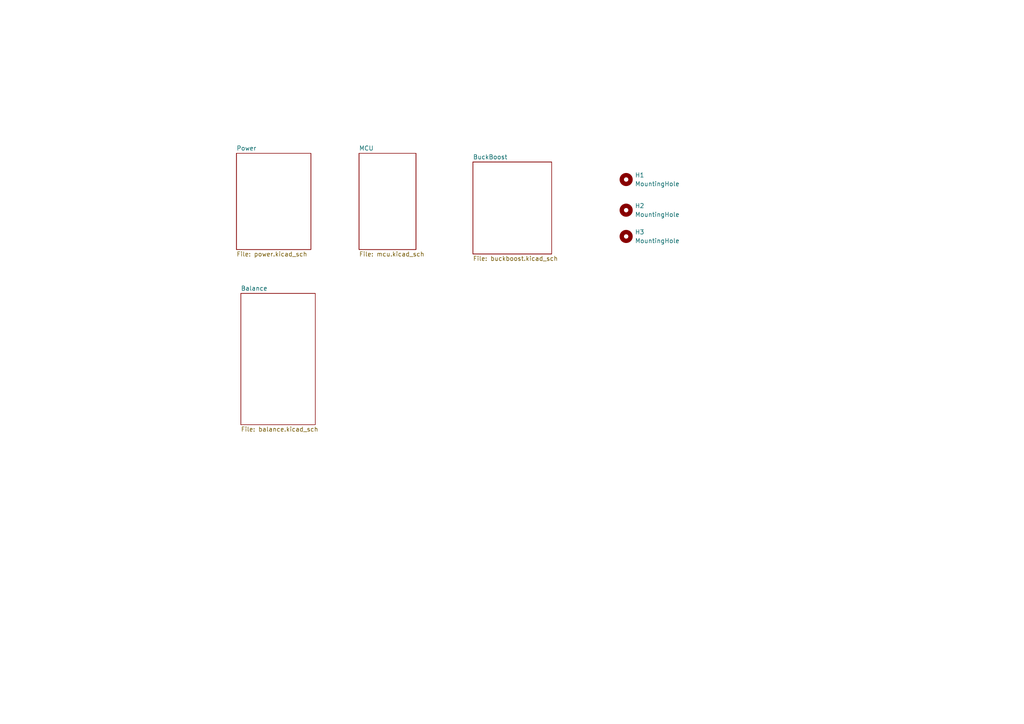
<source format=kicad_sch>
(kicad_sch (version 20231120) (generator "eeschema") (generator_version "8.0")
  (paper "A4")
  (lib_symbols
    (symbol "Mechanical:MountingHole" (pin_names (offset 1.016)) (exclude_from_sim yes) (in_bom no)
      (property "Reference" "H" (at 0 5.08 0))
      (property "Value" "MountingHole" (at 0 3.175 0))
      (symbol "MountingHole_0_1"
        (circle (center 0 0) (radius 1.27) (stroke (width 1.27)))
      )
    )
  )
  (symbol (lib_id "Mechanical:MountingHole") (at 181.61 60.96 0) (unit 1) (exclude_from_sim yes) (in_bom no)
    (property "Reference" "H2" (at 184.15 59.6899 0) (effects (justify left)))
    (property "Value" "MountingHole" (at 184.15 62.2299 0) (effects (justify left)))
    (property "Footprint" "MountingHole:MountingHole_3.2mm_M3" (effects (hide yes)))
    (property "Description" "Mounting Hole without connection" (effects (hide yes)))
  )
  (symbol (lib_id "Mechanical:MountingHole") (at 181.61 68.58 0) (unit 1) (exclude_from_sim yes) (in_bom no)
    (property "Reference" "H3" (at 184.15 67.3099 0) (effects (justify left)))
    (property "Value" "MountingHole" (at 184.15 69.8499 0) (effects (justify left)))
    (property "Footprint" "MountingHole:MountingHole_3.2mm_M3" (effects (hide yes)))
    (property "Description" "Mounting Hole without connection" (effects (hide yes)))
  )
  (symbol (lib_id "Mechanical:MountingHole") (at 181.61 52.07 0) (unit 1) (exclude_from_sim yes) (in_bom no)
    (property "Reference" "H1" (at 184.15 50.7999 0) (effects (justify left)))
    (property "Value" "MountingHole" (at 184.15 53.3399 0) (effects (justify left)))
    (property "Footprint" "MountingHole:MountingHole_3.2mm_M3" (effects (hide yes)))
    (property "Description" "Mounting Hole without connection" (effects (hide yes)))
  )
  (sheet (at 137.16 46.99) (size 22.86 26.67) (stroke (width 0.1524))
    (property "Sheetname" "BuckBoost" (at 137.16 46.2784 0) (effects (justify left bottom)))
    (property "Sheetfile" "buckboost.kicad_sch" (at 137.16 74.2446 0) (effects (justify left top)))
  )
  (sheet (at 69.85 85.09) (size 21.59 38.1) (stroke (width 0.1524))
    (property "Sheetname" "Balance" (at 69.85 84.3784 0) (effects (justify left bottom)))
    (property "Sheetfile" "balance.kicad_sch" (at 69.85 123.7746 0) (effects (justify left top)))
  )
  (sheet (at 104.14 44.45) (size 16.51 27.94) (stroke (width 0.1524))
    (property "Sheetname" "MCU" (at 104.14 43.7384 0) (effects (justify left bottom)))
    (property "Sheetfile" "mcu.kicad_sch" (at 104.14 72.9746 0) (effects (justify left top)))
  )
  (sheet (at 68.58 44.45) (size 21.59 27.94) (stroke (width 0.1524))
    (property "Sheetname" "Power" (at 68.58 43.7384 0) (effects (justify left bottom)))
    (property "Sheetfile" "power.kicad_sch" (at 68.58 72.9746 0) (effects (justify left top)))
  )
)
</source>
